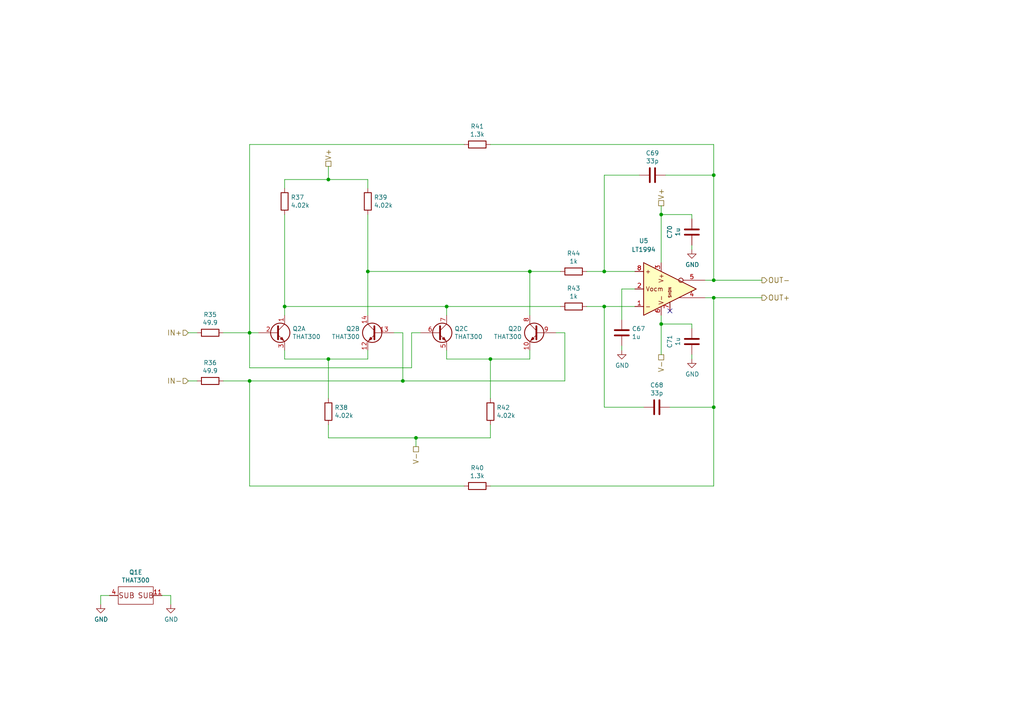
<source format=kicad_sch>
(kicad_sch (version 20230121) (generator eeschema)
  (paper "A4")
  (title_block (title "Low Noise Differential Amplifier") (date "2023-05-02") (rev "v1.1") (comment 1 "Copyright (©) 2023, Patrick Baus <patrick.baus@physik.tu-darmstadt.de>") (comment 2 "Licensed under CERN OHL v.1.2"))
  (lib_symbols
    (symbol "Device:C" (pin_numbers hide) (pin_names (offset 0.254))
      (property "Reference" "C" (at 0.635 2.54 0))
      (property "Value" "C" (at 0.635 -2.54 0))
      (symbol "C_0_1"
        (polyline (pts (xy -2.032 -0.762) (xy 2.032 -0.762)) (stroke (width 0.508)))
        (polyline (pts (xy -2.032 0.762) (xy 2.032 0.762)) (stroke (width 0.508)))
      )
      (symbol "C_1_1"
        (pin passive line (at 0 3.81 270) (length 2.794) (name "~") (number "1"))
        (pin passive line (at 0 -3.81 90) (length 2.794) (name "~") (number "2"))
      )
    )
    (symbol "Device:R" (pin_numbers hide) (pin_names (offset 0))
      (property "Reference" "R" (at 2.032 0 90))
      (property "Value" "R" (at 0 0 90))
      (symbol "R_0_1"
        (rectangle (start -1.016 -2.54) (end 1.016 2.54) (stroke (width 0.254)))
      )
      (symbol "R_1_1"
        (pin passive line (at 0 3.81 270) (length 1.27) (name "~") (number "1"))
        (pin passive line (at 0 -3.81 90) (length 1.27) (name "~") (number "2"))
      )
    )
    (symbol "Linear-Technology:LT1994" (pin_names (offset 1.016))
      (property "Reference" "U" (at 7.62 7.62 0))
      (property "Value" "LT1994" (at 3.81 -7.62 0))
      (property "Datasheet" "http://cds.linear.com/docs/en/datasheet/1994fb.pdf" (at 0 -2.54 0))
      (symbol "LT1994_0_0"
        (text " SHDN" (at 2.54 -1.27 900) (effects (font (size 0.762 0.762))))
        (text "+" (at -3.81 5.08 0) (effects (font (size 1.27 1.27))))
        (text "-" (at -3.81 -5.08 0) (effects (font (size 1.27 1.27))))
        (text "V+" (at 0 3.175 900) (effects (font (size 1.27 1.27))))
        (text "V-" (at 0 -3.175 900) (effects (font (size 1.27 1.27))))
        (text "Vocm" (at -1.905 0 0) (effects (font (size 1.27 1.27))))
      )
      (symbol "LT1994_0_1"
        (polyline (pts (xy -5.08 7.62) (xy -5.08 -7.62) (xy 10.16 0) (xy -5.08 7.62)) (stroke (width 0.254)) (fill (type background)))
      )
      (symbol "LT1994_1_1"
        (pin input line (at -7.62 -5.08 0) (length 2.54) (name "~") (number "1"))
        (pin input line (at -7.62 0 0) (length 2.54) (name "~") (number "2"))
        (pin power_in line (at 0 7.62 270) (length 2.54) (name "~") (number "3"))
        (pin output line (at 12.7 -2.54 180) (length 7.62) (name "~") (number "4"))
        (pin output inverted (at 12.7 2.54 180) (length 7.62) (name "~") (number "5"))
        (pin power_in line (at 0 -7.62 90) (length 2.54) (name "~") (number "6"))
        (pin input line (at 2.54 -6.35 90) (length 2.54) (name "~") (number "7"))
        (pin input line (at -7.62 5.08 0) (length 2.54) (name "~") (number "8"))
      )
    )
    (symbol "THAT-Corporation:THAT300" (pin_names (offset 0) hide)
      (property "Reference" "Q" (at 5.334 -5.08 0))
      (property "Value" "THAT300" (at 5.334 -6.858 0))
      (property "Datasheet" "http://www.thatcorp.com/datashts/THAT_300-Series_Datasheet.pdf" (at -2.032 0 0))
      (symbol "THAT300_1_0"
        (polyline (pts (xy 2.54 -2.54) (xy 0.635 -0.635)))
      )
      (symbol "THAT300_1_1"
        (polyline (pts (xy 2.54 2.54) (xy 0.635 0.635)))
        (polyline (pts (xy 0.635 1.905) (xy 0.635 -1.905) (xy 0.635 -1.905)) (stroke (width 0.508)))
        (polyline (pts (xy 1.27 -1.778) (xy 1.778 -1.27) (xy 2.286 -2.286) (xy 1.27 -1.778)) (fill (type outline)))
        (circle (center 1.27 0) (radius 2.794) (stroke (width 0.254)))
        (pin passive line (at 2.54 5.08 270) (length 2.54) (name "C") (number "1"))
        (pin input line (at -5.08 0 0) (length 5.715) (name "B") (number "2"))
        (pin passive line (at 2.54 -5.08 90) (length 2.54) (name "E") (number "3"))
      )
      (symbol "THAT300_2_0"
        (polyline (pts (xy 2.54 -2.54) (xy 0.635 -0.635)))
      )
      (symbol "THAT300_2_1"
        (polyline (pts (xy 2.54 2.54) (xy 0.635 0.635)))
        (polyline (pts (xy 0.635 1.905) (xy 0.635 -1.905) (xy 0.635 -1.905)) (stroke (width 0.508)))
        (polyline (pts (xy 1.27 -1.778) (xy 1.778 -1.27) (xy 2.286 -2.286) (xy 1.27 -1.778)) (fill (type outline)))
        (circle (center 1.27 0) (radius 2.794) (stroke (width 0.254)))
        (pin passive line (at 2.54 -5.08 90) (length 2.54) (name "E") (number "12"))
        (pin input line (at -5.08 0 0) (length 5.715) (name "B") (number "13"))
        (pin passive line (at 2.54 5.08 270) (length 2.54) (name "C") (number "14"))
      )
      (symbol "THAT300_3_0"
        (polyline (pts (xy 2.54 -2.54) (xy 0.635 -0.635)))
      )
      (symbol "THAT300_3_1"
        (polyline (pts (xy 2.54 2.54) (xy 0.635 0.635)))
        (polyline (pts (xy 0.635 1.905) (xy 0.635 -1.905) (xy 0.635 -1.905)) (stroke (width 0.508)))
        (polyline (pts (xy 1.27 -1.778) (xy 1.778 -1.27) (xy 2.286 -2.286) (xy 1.27 -1.778)) (fill (type outline)))
        (circle (center 1.27 0) (radius 2.794) (stroke (width 0.254)))
        (pin passive line (at 2.54 -5.08 90) (length 2.54) (name "E") (number "5"))
        (pin input line (at -5.08 0 0) (length 5.715) (name "B") (number "6"))
        (pin passive line (at 2.54 5.08 270) (length 2.54) (name "C") (number "7"))
      )
      (symbol "THAT300_4_0"
        (polyline (pts (xy 2.54 -2.54) (xy 0.635 -0.635)))
      )
      (symbol "THAT300_4_1"
        (polyline (pts (xy 2.54 2.54) (xy 0.635 0.635)))
        (polyline (pts (xy 0.635 1.905) (xy 0.635 -1.905) (xy 0.635 -1.905)) (stroke (width 0.508)))
        (polyline (pts (xy 1.27 -1.778) (xy 1.778 -1.27) (xy 2.286 -2.286) (xy 1.27 -1.778)) (fill (type outline)))
        (circle (center 1.27 0) (radius 2.794) (stroke (width 0.254)))
        (pin passive line (at 2.54 -5.08 90) (length 2.54) (name "E") (number "10"))
        (pin input line (at 2.54 5.08 270) (length 2.54) (name "~") (number "8"))
        (pin input line (at -5.08 0 0) (length 5.715) (name "B") (number "9"))
      )
      (symbol "THAT300_5_0"
        (text "SUB" (at -2.667 0 0) (effects (font (size 1.524 1.524))))
        (text "SUB" (at 2.921 0 0) (effects (font (size 1.524 1.524))))
      )
      (symbol "THAT300_5_1"
        (rectangle (start -5.08 2.54) (end 5.08 -2.54))
        (pin passive line (at 7.62 0 180) (length 2.54) (name "E") (number "11"))
        (pin input line (at -7.62 0 0) (length 2.54) (name "B") (number "4"))
      )
    )
    (symbol "power:GND" (power) (pin_names (offset 0))
      (property "Value" "GND" (at 0 -3.81 0))
      (symbol "GND_0_1"
        (polyline (pts (xy 0 0) (xy 0 -1.27) (xy 1.27 -1.27) (xy 0 -2.54) (xy -1.27 -1.27) (xy 0 -1.27)))
      )
      (symbol "GND_1_1"
        (pin power_in line (at 0 0 270) (length 0) hide (name "GND") (number "1"))
      )
    )
  )
  (junction (at 175.26 88.9))
  (junction (at 191.77 93.98))
  (junction (at 129.54 88.9))
  (junction (at 207.01 118.11))
  (junction (at 72.39 96.52))
  (junction (at 95.25 52.07))
  (junction (at 120.65 127))
  (junction (at 207.01 86.36))
  (junction (at 116.84 110.49))
  (junction (at 142.24 104.14))
  (junction (at 72.39 110.49))
  (junction (at 106.68 78.74))
  (junction (at 153.67 78.74))
  (junction (at 175.26 78.74))
  (junction (at 191.77 62.23))
  (junction (at 95.25 104.14))
  (junction (at 82.55 88.9))
  (junction (at 207.01 81.28))
  (junction (at 207.01 50.8))
  (no_connect (at 194.31 90.17))
  (wire (pts (xy 207.01 86.36) (xy 207.01 118.11)))
  (wire (pts (xy 82.55 62.23) (xy 82.55 88.9)))
  (wire (pts (xy 191.77 62.23) (xy 191.77 76.2)))
  (wire (pts (xy 116.84 110.49) (xy 163.83 110.49)))
  (wire (pts (xy 200.66 93.98) (xy 191.77 93.98)))
  (wire (pts (xy 72.39 41.91) (xy 72.39 96.52)))
  (wire (pts (xy 72.39 41.91) (xy 134.62 41.91)))
  (wire (pts (xy 72.39 140.97) (xy 134.62 140.97)))
  (wire (pts (xy 95.25 127) (xy 120.65 127)))
  (wire (pts (xy 207.01 118.11) (xy 194.31 118.11)))
  (wire (pts (xy 95.25 52.07) (xy 106.68 52.07)))
  (wire (pts (xy 31.75 172.72) (xy 29.21 172.72)))
  (wire (pts (xy 180.34 83.82) (xy 184.15 83.82)))
  (wire (pts (xy 180.34 92.71) (xy 180.34 83.82)))
  (wire (pts (xy 200.66 62.23) (xy 191.77 62.23)))
  (wire (pts (xy 129.54 104.14) (xy 142.24 104.14)))
  (wire (pts (xy 204.47 86.36) (xy 207.01 86.36)))
  (wire (pts (xy 200.66 95.25) (xy 200.66 93.98)))
  (wire (pts (xy 153.67 78.74) (xy 153.67 91.44)))
  (wire (pts (xy 204.47 81.28) (xy 207.01 81.28)))
  (wire (pts (xy 120.65 127) (xy 142.24 127)))
  (wire (pts (xy 207.01 86.36) (xy 220.98 86.36)))
  (wire (pts (xy 129.54 104.14) (xy 129.54 101.6)))
  (wire (pts (xy 29.21 172.72) (xy 29.21 175.26)))
  (wire (pts (xy 186.69 118.11) (xy 175.26 118.11)))
  (wire (pts (xy 170.18 88.9) (xy 175.26 88.9)))
  (wire (pts (xy 106.68 62.23) (xy 106.68 78.74)))
  (wire (pts (xy 207.01 81.28) (xy 220.98 81.28)))
  (wire (pts (xy 200.66 104.14) (xy 200.66 102.87)))
  (wire (pts (xy 193.04 50.8) (xy 207.01 50.8)))
  (wire (pts (xy 162.56 88.9) (xy 129.54 88.9)))
  (wire (pts (xy 82.55 104.14) (xy 95.25 104.14)))
  (wire (pts (xy 207.01 118.11) (xy 207.01 140.97)))
  (wire (pts (xy 64.77 96.52) (xy 72.39 96.52)))
  (wire (pts (xy 142.24 104.14) (xy 142.24 115.57)))
  (wire (pts (xy 191.77 93.98) (xy 191.77 102.87)))
  (wire (pts (xy 170.18 78.74) (xy 175.26 78.74)))
  (wire (pts (xy 191.77 59.69) (xy 191.77 62.23)))
  (wire (pts (xy 142.24 127) (xy 142.24 123.19)))
  (wire (pts (xy 82.55 52.07) (xy 95.25 52.07)))
  (wire (pts (xy 175.26 50.8) (xy 175.26 78.74)))
  (wire (pts (xy 120.65 129.54) (xy 120.65 127)))
  (wire (pts (xy 185.42 50.8) (xy 175.26 50.8)))
  (wire (pts (xy 200.66 63.5) (xy 200.66 62.23)))
  (wire (pts (xy 95.25 123.19) (xy 95.25 127)))
  (wire (pts (xy 163.83 96.52) (xy 161.29 96.52)))
  (wire (pts (xy 142.24 104.14) (xy 153.67 104.14)))
  (wire (pts (xy 95.25 104.14) (xy 106.68 104.14)))
  (wire (pts (xy 142.24 41.91) (xy 207.01 41.91)))
  (wire (pts (xy 54.61 96.52) (xy 57.15 96.52)))
  (wire (pts (xy 207.01 140.97) (xy 142.24 140.97)))
  (wire (pts (xy 153.67 78.74) (xy 106.68 78.74)))
  (wire (pts (xy 106.68 78.74) (xy 106.68 91.44)))
  (wire (pts (xy 116.84 110.49) (xy 116.84 96.52)))
  (wire (pts (xy 82.55 104.14) (xy 82.55 101.6)))
  (wire (pts (xy 175.26 88.9) (xy 184.15 88.9)))
  (wire (pts (xy 106.68 104.14) (xy 106.68 101.6)))
  (wire (pts (xy 116.84 96.52) (xy 114.3 96.52)))
  (wire (pts (xy 119.38 106.68) (xy 119.38 96.52)))
  (wire (pts (xy 82.55 88.9) (xy 82.55 91.44)))
  (wire (pts (xy 54.61 110.49) (xy 57.15 110.49)))
  (wire (pts (xy 119.38 96.52) (xy 121.92 96.52)))
  (wire (pts (xy 106.68 52.07) (xy 106.68 54.61)))
  (wire (pts (xy 95.25 48.26) (xy 95.25 52.07)))
  (wire (pts (xy 46.99 172.72) (xy 49.53 172.72)))
  (wire (pts (xy 175.26 118.11) (xy 175.26 88.9)))
  (wire (pts (xy 180.34 101.6) (xy 180.34 100.33)))
  (wire (pts (xy 72.39 110.49) (xy 116.84 110.49)))
  (wire (pts (xy 72.39 96.52) (xy 72.39 106.68)))
  (wire (pts (xy 162.56 78.74) (xy 153.67 78.74)))
  (wire (pts (xy 72.39 106.68) (xy 119.38 106.68)))
  (wire (pts (xy 95.25 104.14) (xy 95.25 115.57)))
  (wire (pts (xy 207.01 41.91) (xy 207.01 50.8)))
  (wire (pts (xy 129.54 91.44) (xy 129.54 88.9)))
  (wire (pts (xy 191.77 91.44) (xy 191.77 93.98)))
  (wire (pts (xy 207.01 50.8) (xy 207.01 81.28)))
  (wire (pts (xy 175.26 78.74) (xy 184.15 78.74)))
  (wire (pts (xy 163.83 110.49) (xy 163.83 96.52)))
  (wire (pts (xy 72.39 96.52) (xy 74.93 96.52)))
  (wire (pts (xy 153.67 104.14) (xy 153.67 101.6)))
  (wire (pts (xy 49.53 172.72) (xy 49.53 175.26)))
  (wire (pts (xy 64.77 110.49) (xy 72.39 110.49)))
  (wire (pts (xy 72.39 140.97) (xy 72.39 110.49)))
  (wire (pts (xy 82.55 54.61) (xy 82.55 52.07)))
  (wire (pts (xy 200.66 72.39) (xy 200.66 71.12)))
  (wire (pts (xy 129.54 88.9) (xy 82.55 88.9)))
  (hierarchical_label "OUT+" (shape output) (at 220.98 86.36 0) (effects (font (size 1.524 1.524))))
  (hierarchical_label "IN+" (shape input) (at 54.61 96.52 180) (effects (font (size 1.524 1.524))))
  (hierarchical_label "V-" (shape passive) (at 191.77 102.87 270) (effects (font (size 1.524 1.524))))
  (hierarchical_label "V-" (shape passive) (at 120.65 129.54 270) (effects (font (size 1.524 1.524))))
  (hierarchical_label "V+" (shape passive) (at 95.25 48.26 90) (effects (font (size 1.524 1.524))))
  (hierarchical_label "V+" (shape passive) (at 191.77 59.69 90) (effects (font (size 1.524 1.524))))
  (hierarchical_label "IN-" (shape input) (at 54.61 110.49 180) (effects (font (size 1.524 1.524))))
  (hierarchical_label "OUT-" (shape output) (at 220.98 81.28 0) (effects (font (size 1.524 1.524))))
  (symbol (lib_id "THAT-Corporation:THAT300") (at 80.01 96.52 0) (unit 1)
    (property "Reference" "Q2" (at 84.8106 95.3516 0) (effects (justify left)))
    (property "Value" "THAT300" (at 84.8106 97.663 0) (effects (justify left)))
    (property "Footprint" "Package_SO:SOIC-14_3.9x8.7mm_P1.27mm" (effects hide))
    (property "MFN" "THAT Corporation" (effects hide))
    (property "PN" "THAT300S14-U" (effects hide))
    (instances (project "main" (path "" (reference "Q2") (unit 1)) (path "" (reference "Q4") (unit 1)) (path "" (reference "Q3") (unit 1)) (path "" (reference "Q1") (unit 1))))
  )
  (symbol (lib_id "THAT-Corporation:THAT300") (at 109.22 96.52 0) (mirror y) (unit 2)
    (property "Reference" "Q2" (at 104.394 95.3516 0) (effects (justify left)))
    (property "Value" "THAT300" (at 104.394 97.663 0) (effects (justify left)))
    (property "Footprint" "Package_SO:SOIC-14_3.9x8.7mm_P1.27mm" (effects hide))
    (property "MFN" "THAT Corporation" (effects hide))
    (property "PN" "THAT300S14-U" (effects hide))
    (instances (project "main" (path "" (reference "Q2") (unit 2)) (path "" (reference "Q4") (unit 2)) (path "" (reference "Q3") (unit 2)) (path "" (reference "Q1") (unit 2))))
  )
  (symbol (lib_id "Device:R") (at 82.55 58.42 0) (unit 1)
    (property "Reference" "R37" (at 84.328 57.2516 0) (effects (justify left)))
    (property "Value" "4.02k" (at 84.328 59.563 0) (effects (justify left)))
    (property "Footprint" "Resistor_THT:R_Axial_DIN0207_L6.3mm_D2.5mm_P10.16mm_Horizontal" (effects hide))
    (property "MFN" "Vishay" (effects hide))
    (property "PN" "RN55C4021BB14" (effects hide))
    (instances (project "main" (path "" (reference "R37") (unit 1)) (path "" (reference "R63") (unit 1)) (path "" (reference "R51") (unit 1)) (path "" (reference "R5") (unit 1))))
  )
  (symbol (lib_id "Device:R") (at 106.68 58.42 0) (unit 1)
    (property "Reference" "R39" (at 108.458 57.2516 0) (effects (justify left)))
    (property "Value" "4.02k" (at 108.458 59.563 0) (effects (justify left)))
    (property "Footprint" "Resistor_THT:R_Axial_DIN0207_L6.3mm_D2.5mm_P10.16mm_Horizontal" (effects hide))
    (property "MFN" "Vishay" (effects hide))
    (property "PN" "RN55C4021BB14" (effects hide))
    (instances (project "main" (path "" (reference "R39") (unit 1)) (path "" (reference "R65") (unit 1)) (path "" (reference "R53") (unit 1)) (path "" (reference "R7") (unit 1))))
  )
  (symbol (lib_id "Device:R") (at 95.25 119.38 0) (unit 1)
    (property "Reference" "R38" (at 97.028 118.2116 0) (effects (justify left)))
    (property "Value" "4.02k" (at 97.028 120.523 0) (effects (justify left)))
    (property "Footprint" "Resistor_THT:R_Axial_DIN0207_L6.3mm_D2.5mm_P10.16mm_Horizontal" (effects hide))
    (property "MFN" "Vishay" (effects hide))
    (property "PN" "RN55C4021BB14" (effects hide))
    (instances (project "main" (path "" (reference "R38") (unit 1)) (path "" (reference "R64") (unit 1)) (path "" (reference "R52") (unit 1)) (path "" (reference "R6") (unit 1))))
  )
  (symbol (lib_id "THAT-Corporation:THAT300") (at 127 96.52 0) (unit 3)
    (property "Reference" "Q2" (at 131.8006 95.3516 0) (effects (justify left)))
    (property "Value" "THAT300" (at 131.8006 97.663 0) (effects (justify left)))
    (property "Footprint" "Package_SO:SOIC-14_3.9x8.7mm_P1.27mm" (effects hide))
    (property "MFN" "THAT Corporation" (effects hide))
    (property "PN" "THAT300S14-U" (effects hide))
    (instances (project "main" (path "" (reference "Q2") (unit 3)) (path "" (reference "Q4") (unit 3)) (path "" (reference "Q3") (unit 3)) (path "" (reference "Q1") (unit 3))))
  )
  (symbol (lib_id "THAT-Corporation:THAT300") (at 156.21 96.52 0) (mirror y) (unit 4)
    (property "Reference" "Q2" (at 151.384 95.3516 0) (effects (justify left)))
    (property "Value" "THAT300" (at 151.384 97.663 0) (effects (justify left)))
    (property "Footprint" "Package_SO:SOIC-14_3.9x8.7mm_P1.27mm" (effects hide))
    (property "MFN" "THAT Corporation" (effects hide))
    (property "PN" "THAT300S14-U" (effects hide))
    (instances (project "main" (path "" (reference "Q2") (unit 4)) (path "" (reference "Q4") (unit 4)) (path "" (reference "Q3") (unit 4)) (path "" (reference "Q1") (unit 4))))
  )
  (symbol (lib_id "Device:R") (at 142.24 119.38 0) (unit 1)
    (property "Reference" "R42" (at 144.018 118.2116 0) (effects (justify left)))
    (property "Value" "4.02k" (at 144.018 120.523 0) (effects (justify left)))
    (property "Footprint" "Resistor_THT:R_Axial_DIN0207_L6.3mm_D2.5mm_P10.16mm_Horizontal" (effects hide))
    (property "MFN" "Vishay" (effects hide))
    (property "PN" "RN55C4021BB14" (effects hide))
    (instances (project "main" (path "" (reference "R42") (unit 1)) (path "" (reference "R68") (unit 1)) (path "" (reference "R56") (unit 1)) (path "" (reference "R10") (unit 1))))
  )
  (symbol (lib_id "Device:R") (at 166.37 88.9 270) (unit 1)
    (property "Reference" "R43" (at 166.37 83.6422 90))
    (property "Value" "1k" (at 166.37 85.9536 90))
    (property "Footprint" "Resistor_SMD:R_0805_2012Metric" (effects hide))
    (property "MFN" "TE Connectivity" (effects hide))
    (property "PN" "CPF0805B1K0E" (effects hide))
    (instances (project "main" (path "" (reference "R43") (unit 1)) (path "" (reference "R69") (unit 1)) (path "" (reference "R57") (unit 1)) (path "" (reference "R11") (unit 1))))
  )
  (symbol (lib_id "Device:R") (at 166.37 78.74 270) (unit 1)
    (property "Reference" "R44" (at 166.37 73.4822 90))
    (property "Value" "1k" (at 166.37 75.7936 90))
    (property "Footprint" "Resistor_SMD:R_0805_2012Metric" (effects hide))
    (property "MFN" "TE Connectivity" (effects hide))
    (property "PN" "CPF0805B1K0E" (effects hide))
    (instances (project "main" (path "" (reference "R44") (unit 1)) (path "" (reference "R70") (unit 1)) (path "" (reference "R58") (unit 1)) (path "" (reference "R12") (unit 1))))
  )
  (symbol (lib_id "Device:R") (at 60.96 96.52 270) (unit 1)
    (property "Reference" "R35" (at 60.96 91.2622 90))
    (property "Value" "49.9" (at 60.96 93.5736 90))
    (property "Footprint" "Resistor_THT:R_Axial_DIN0207_L6.3mm_D2.5mm_P10.16mm_Horizontal" (effects hide))
    (property "MFN" "Vishay" (effects hide))
    (property "PN" "RN55C49R9BB14" (effects hide))
    (instances (project "main" (path "" (reference "R35") (unit 1)) (path "" (reference "R61") (unit 1)) (path "" (reference "R49") (unit 1)) (path "" (reference "R3") (unit 1))))
  )
  (symbol (lib_id "Device:R") (at 60.96 110.49 270) (unit 1)
    (property "Reference" "R36" (at 60.96 105.2322 90))
    (property "Value" "49.9" (at 60.96 107.5436 90))
    (property "Footprint" "Resistor_THT:R_Axial_DIN0207_L6.3mm_D2.5mm_P10.16mm_Horizontal" (effects hide))
    (property "MFN" "Vishay" (effects hide))
    (property "PN" "RN55C49R9BB14" (effects hide))
    (instances (project "main" (path "" (reference "R36") (unit 1)) (path "" (reference "R62") (unit 1)) (path "" (reference "R50") (unit 1)) (path "" (reference "R4") (unit 1))))
  )
  (symbol (lib_id "Linear-Technology:LT1994") (at 191.77 83.82 0) (unit 1)
    (property "Reference" "U5" (at 186.69 69.85 0))
    (property "Value" "LT1994" (at 186.69 72.39 0))
    (property "Footprint" "Package_SO:MSOP-8_3x3mm_P0.65mm" (effects hide))
    (property "MFN" "Analog Devices" (effects hide))
    (property "PN" "LT1994IMS8#PBF" (effects hide))
    (instances (project "main" (path "" (reference "U5") (unit 1)) (path "" (reference "U7") (unit 1)) (path "" (reference "U6") (unit 1)) (path "" (reference "U1") (unit 1))))
  )
  (symbol (lib_id "Device:C") (at 180.34 96.52 0) (unit 1)
    (property "Reference" "C67" (at 183.261 95.3516 0) (effects (justify left)))
    (property "Value" "1u" (at 183.261 97.663 0) (effects (justify left)))
    (property "Footprint" "Capacitor_SMD:C_1206_3216Metric" (effects hide))
    (property "MFN" "Cornell Dubilier" (effects hide))
    (property "PN" "FCA1206A105M-H3" (effects hide))
    (instances (project "main" (path "" (reference "C67") (unit 1)) (path "" (reference "C77") (unit 1)) (path "" (reference "C72") (unit 1)) (path "" (reference "C1") (unit 1))))
  )
  (symbol (lib_id "power:GND") (at 180.34 101.6 0) (unit 1)
    (property "Reference" "#PWR0101" (effects hide))
    (property "Value" "GND" (at 180.467 105.9942 0))
    (instances (project "main" (path "" (reference "#PWR0101") (unit 1)) (path "" (reference "#PWR0111") (unit 1)) (path "" (reference "#PWR0106") (unit 1)) (path "" (reference "#PWR09") (unit 1))))
  )
  (symbol (lib_id "Device:C") (at 190.5 118.11 270) (unit 1)
    (property "Reference" "C68" (at 190.5 111.7092 90))
    (property "Value" "33p" (at 190.5 114.0206 90))
    (property "Footprint" "Capacitor_SMD:C_1206_3216Metric" (effects hide))
    (property "MFN" "AVX" (effects hide))
    (property "PN" "12065A330JAT2A" (effects hide))
    (instances (project "main" (path "" (reference "C68") (unit 1)) (path "" (reference "C78") (unit 1)) (path "" (reference "C73") (unit 1)) (path "" (reference "C2") (unit 1))))
  )
  (symbol (lib_id "Device:C") (at 189.23 50.8 270) (unit 1)
    (property "Reference" "C69" (at 189.23 44.3992 90))
    (property "Value" "33p" (at 189.23 46.7106 90))
    (property "Footprint" "Capacitor_SMD:C_1206_3216Metric" (effects hide))
    (property "MFN" "AVX" (effects hide))
    (property "PN" "12065A330JAT2A" (effects hide))
    (instances (project "main" (path "" (reference "C69") (unit 1)) (path "" (reference "C79") (unit 1)) (path "" (reference "C74") (unit 1)) (path "" (reference "C3") (unit 1))))
  )
  (symbol (lib_id "Device:R") (at 138.43 41.91 270) (unit 1)
    (property "Reference" "R41" (at 138.43 36.6522 90))
    (property "Value" "1.3k" (at 138.43 38.9636 90))
    (property "Footprint" "Resistor_THT:R_Axial_DIN0207_L6.3mm_D2.5mm_P10.16mm_Horizontal" (effects hide))
    (property "MFN" "Vishay" (effects hide))
    (property "PN" "RN55E1301BRE6" (effects hide))
    (instances (project "main" (path "" (reference "R41") (unit 1)) (path "" (reference "R67") (unit 1)) (path "" (reference "R55") (unit 1)) (path "" (reference "R9") (unit 1))))
  )
  (symbol (lib_id "Device:R") (at 138.43 140.97 270) (unit 1)
    (property "Reference" "R40" (at 138.43 135.7122 90))
    (property "Value" "1.3k" (at 138.43 138.0236 90))
    (property "Footprint" "Resistor_THT:R_Axial_DIN0207_L6.3mm_D2.5mm_P10.16mm_Horizontal" (effects hide))
    (property "MFN" "Vishay" (effects hide))
    (property "PN" "RN55E1301BRE6" (effects hide))
    (instances (project "main" (path "" (reference "R40") (unit 1)) (path "" (reference "R66") (unit 1)) (path "" (reference "R54") (unit 1)) (path "" (reference "R8") (unit 1))))
  )
  (symbol (lib_id "Device:C") (at 200.66 67.31 0) (unit 1)
    (property "Reference" "C70" (at 194.2592 67.31 90))
    (property "Value" "1u" (at 196.5706 67.31 90))
    (property "Footprint" "Capacitor_THT:C_Rect_L7.2mm_W5.5mm_P5.00mm_FKS2_FKP2_MKS2_MKP2" (effects hide))
    (property "MFN" "WIMA" (effects hide))
    (property "PN" "MKS2C041001F00KC00" (effects hide))
    (instances (project "main" (path "" (reference "C70") (unit 1)) (path "" (reference "C80") (unit 1)) (path "" (reference "C75") (unit 1)) (path "" (reference "C4") (unit 1))))
  )
  (symbol (lib_id "power:GND") (at 200.66 72.39 0) (unit 1)
    (property "Reference" "#PWR0102" (effects hide))
    (property "Value" "GND" (at 200.787 76.7842 0))
    (instances (project "main" (path "" (reference "#PWR0102") (unit 1)) (path "" (reference "#PWR0112") (unit 1)) (path "" (reference "#PWR0107") (unit 1)) (path "" (reference "#PWR010") (unit 1))))
  )
  (symbol (lib_id "Device:C") (at 200.66 99.06 0) (unit 1)
    (property "Reference" "C71" (at 194.2592 99.06 90))
    (property "Value" "1u" (at 196.5706 99.06 90))
    (property "Footprint" "Capacitor_THT:C_Rect_L7.2mm_W5.5mm_P5.00mm_FKS2_FKP2_MKS2_MKP2" (effects hide))
    (property "MFN" "WIMA" (effects hide))
    (property "PN" "MKS2C041001F00KC00" (effects hide))
    (instances (project "main" (path "" (reference "C71") (unit 1)) (path "" (reference "C81") (unit 1)) (path "" (reference "C76") (unit 1)) (path "" (reference "C5") (unit 1))))
  )
  (symbol (lib_id "power:GND") (at 200.66 104.14 0) (unit 1)
    (property "Reference" "#PWR0103" (effects hide))
    (property "Value" "GND" (at 200.787 108.5342 0))
    (instances (project "main" (path "" (reference "#PWR0103") (unit 1)) (path "" (reference "#PWR0113") (unit 1)) (path "" (reference "#PWR0108") (unit 1)) (path "" (reference "#PWR011") (unit 1))))
  )
  (symbol (lib_id "THAT-Corporation:THAT300") (at 39.37 172.72 0) (unit 5)
    (property "Reference" "Q1" (at 39.37 165.989 0))
    (property "Value" "THAT300" (at 39.37 168.3004 0))
    (property "Footprint" "Package_SO:SOIC-14_3.9x8.7mm_P1.27mm" (effects hide))
    (property "MFN" "THAT Corporation" (effects hide))
    (property "PN" "THAT300S14-U" (effects hide))
    (instances (project "main" (path "" (reference "Q1") (unit 5)) (path "" (reference "Q3") (unit 5)) (path "" (reference "Q4") (unit 5)) (path "" (reference "Q2") (unit 5))))
  )
  (symbol (lib_id "power:GND") (at 49.53 175.26 0) (unit 1)
    (property "Reference" "#PWR0104" (effects hide))
    (property "Value" "GND" (at 49.657 179.6542 0))
    (instances (project "main" (path "" (reference "#PWR0104") (unit 1)) (path "" (reference "#PWR0114") (unit 1)) (path "" (reference "#PWR0109") (unit 1)) (path "" (reference "#PWR012") (unit 1))))
  )
  (symbol (lib_id "power:GND") (at 29.21 175.26 0) (unit 1)
    (property "Reference" "#PWR0105" (effects hide))
    (property "Value" "GND" (at 29.337 179.6542 0))
    (instances (project "main" (path "" (reference "#PWR0105") (unit 1)) (path "" (reference "#PWR0115") (unit 1)) (path "" (reference "#PWR0110") (unit 1)) (path "" (reference "#PWR013") (unit 1))))
  )
)
</source>
